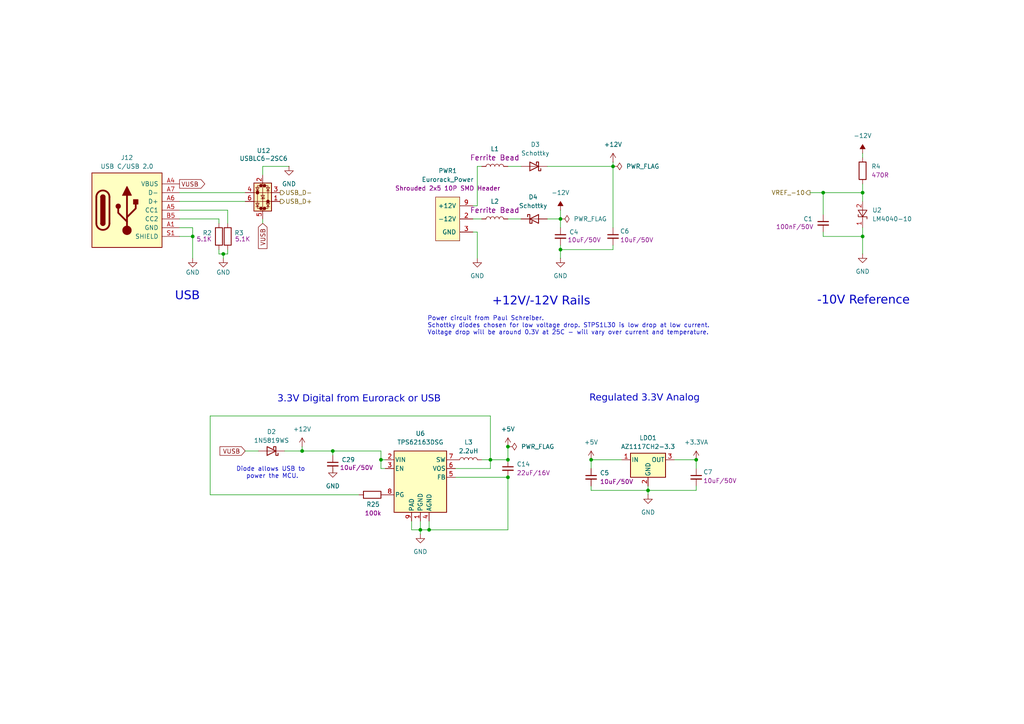
<source format=kicad_sch>
(kicad_sch (version 20250114) (generator "eeschema") (generator_version "9.0")
  (paper "A4")
  (lib_symbols
    (symbol "Lichen:100k_0603" (pin_numbers (hide yes)) (pin_names (offset 0))
      (property "Reference" "R6" (at -2.54 -1.2701 0))
      (property "Display" "100k" (at -2.54 1.2699 0))
      (symbol "100k_0603_0_1"
        (rectangle (start -1.016 -2.54) (end 1.016 2.54) (stroke (width 0.254)))
      )
      (symbol "100k_0603_1_1"
        (pin passive line (at 0 3.81 270) (length 1.27) (name "~") (number "1"))
        (pin passive line (at 0 -3.81 90) (length 1.27) (name "~") (number "2"))
      )
    )
    (symbol "Lichen:100nF_0603_50V" (pin_numbers (hide yes)) (pin_names (offset 0.254) (hide yes))
      (property "Reference" "C20" (at 2.54 1.016 0))
      (property "Display" "100nF/50V" (at 2.54 -1.524 0))
      (symbol "100nF_0603_50V_0_1"
        (polyline (pts (xy -1.524 0.508) (xy 1.524 0.508)) (stroke (width 0.3048)))
        (polyline (pts (xy -1.524 -0.508) (xy 1.524 -0.508)) (stroke (width 0.3302)))
      )
      (symbol "100nF_0603_50V_1_1"
        (pin passive line (at 0 2.54 270) (length 2.032) (name "~") (number "1"))
        (pin passive line (at 0 -2.54 90) (length 2.032) (name "~") (number "2"))
      )
    )
    (symbol "Lichen:10uF_0805_50V" (pin_numbers (hide yes)) (pin_names (offset 0.254) (hide yes))
      (property "Reference" "C2" (at 2.54 1.2638 0))
      (property "Display" "10uF/50V" (at 2.032 -1.016 0))
      (symbol "10uF_0805_50V_0_1"
        (polyline (pts (xy -1.524 0.508) (xy 1.524 0.508)) (stroke (width 0.3048)))
        (polyline (pts (xy -1.524 -0.508) (xy 1.524 -0.508)) (stroke (width 0.3302)))
      )
      (symbol "10uF_0805_50V_1_1"
        (pin passive line (at 0 2.54 270) (length 2.032) (name "~") (number "1"))
        (pin passive line (at 0 -2.54 90) (length 2.032) (name "~") (number "2"))
      )
    )
    (symbol "Lichen:1N5819WS" (pin_numbers (hide yes)) (pin_names (offset 1.016) (hide yes))
      (property "Reference" "D2" (at -0.3175 6.35 0))
      (property "Value" "1N5819WS" (at -0.3175 3.81 0))
      (symbol "1N5819WS_0_1"
        (polyline (pts (xy -1.905 0.635) (xy -1.905 1.27) (xy -1.27 1.27) (xy -1.27 -1.27) (xy -0.635 -1.27) (xy -0.635 -0.635)) (stroke (width 0.254)))
        (polyline (pts (xy 1.27 1.27) (xy 1.27 -1.27) (xy -1.27 0) (xy 1.27 1.27)) (stroke (width 0.254)))
        (polyline (pts (xy 1.27 0) (xy -1.27 0)))
      )
      (symbol "1N5819WS_1_1"
        (pin passive line (at -3.81 0 0) (length 2.54) (name "K") (number "1"))
        (pin passive line (at 3.81 0 180) (length 2.54) (name "A") (number "2"))
      )
    )
    (symbol "Lichen:2.2uH_Power_Inductor_1008" (pin_numbers (hide yes)) (pin_names (offset 1.016) (hide yes))
      (property "Reference" "L3" (at 5.08 0 90))
      (property "Value" "2.2uH" (at 2.54 0 90))
      (symbol "2.2uH_Power_Inductor_1008_0_1"
        (arc (start 0 2.54) (mid 0.6323 1.905) (end 0 1.27))
        (arc (start 0 1.27) (mid 0.6323 0.635) (end 0 0))
        (arc (start 0 0) (mid 0.6323 -0.635) (end 0 -1.27))
        (arc (start 0 -1.27) (mid 0.6323 -1.905) (end 0 -2.54))
      )
      (symbol "2.2uH_Power_Inductor_1008_1_1"
        (pin passive line (at 0 3.81 270) (length 1.27) (name "1") (number "1"))
        (pin passive line (at 0 -3.81 90) (length 1.27) (name "2") (number "2"))
      )
    )
    (symbol "Lichen:22uF_0805_25V" (pin_numbers (hide yes)) (pin_names (offset 0.254) (hide yes))
      (property "Reference" "C14" (at 2.54 1.2638 0))
      (property "Display" "22uF/16V" (at 2.54 -1.2762 0))
      (symbol "22uF_0805_25V_0_1"
        (polyline (pts (xy -1.524 0.508) (xy 1.524 0.508)) (stroke (width 0.3048)))
        (polyline (pts (xy -1.524 -0.508) (xy 1.524 -0.508)) (stroke (width 0.3302)))
      )
      (symbol "22uF_0805_25V_1_1"
        (pin passive line (at 0 2.54 270) (length 2.032) (name "~") (number "1"))
        (pin passive line (at 0 -2.54 90) (length 2.032) (name "~") (number "2"))
      )
    )
    (symbol "Lichen:5k1_0603" (pin_numbers (hide yes)) (pin_names (offset 0))
      (property "Reference" "R3" (at 3.81 -1.016 0))
      (property "Display" "5.1K" (at 3.81 1.016 0))
      (symbol "5k1_0603_0_1"
        (rectangle (start -1.016 -2.54) (end 1.016 2.54) (stroke (width 0.254)))
      )
      (symbol "5k1_0603_1_1"
        (pin passive line (at 0 3.81 270) (length 1.27) (name "~") (number "1"))
        (pin passive line (at 0 -3.81 90) (length 1.27) (name "~") (number "2"))
      )
    )
    (symbol "Lichen:820R_0603" (pin_numbers (hide yes)) (pin_names (offset 0))
      (property "Reference" "R5" (at 6.35 0 90))
      (property "Display" "820R" (at 3.81 0 90))
      (symbol "820R_0603_0_1"
        (rectangle (start -1.016 -2.54) (end 1.016 2.54) (stroke (width 0.254)))
      )
      (symbol "820R_0603_1_1"
        (pin passive line (at 0 3.81 270) (length 1.27) (name "~") (number "1"))
        (pin passive line (at 0 -3.81 90) (length 1.27) (name "~") (number "2"))
      )
    )
    (symbol "Lichen:AZ1117CH-3.3" (pin_names (offset 0.254))
      (property "Reference" "LDO1" (at 0 6.35 0))
      (property "Value" "AZ1117C-3.3" (at 0 3.81 0))
      (symbol "AZ1117CH-3.3_0_1"
        (rectangle (start -5.08 1.905) (end 5.08 -5.08) (stroke (width 0.254)) (fill (type background)))
      )
      (symbol "AZ1117CH-3.3_1_1"
        (pin power_in line (at -7.62 0 0) (length 2.54) (name "IN") (number "1"))
        (pin power_in line (at 0 -7.62 90) (length 2.54) (name "GND") (number "2"))
        (pin power_out line (at 7.62 0 180) (length 2.54) (name "OUT") (number "3"))
      )
    )
    (symbol "Lichen:Eurorack_Power_SMD" (pin_names (offset 1.016))
      (property "Reference" "PWR1" (at 0.3175 11.43 0))
      (property "Value" "Eurorack_Power_SMD" (at 0.3175 8.89 0))
      (property "Description" "Shrouded 2x5 10P SMD Header" (at 0 0 0))
      (symbol "Eurorack_Power_SMD_0_1"
        (rectangle (start -3.175 6.35) (end 3.81 -6.35) (fill (type background)))
      )
      (symbol "Eurorack_Power_SMD_1_1"
        (pin passive line (at 7.62 3.81 180) (length 3.81) (hide yes) (name "+12V") (number "10"))
        (pin power_out line (at 7.62 3.81 180) (length 3.81) (name "+12V") (number "9"))
        (pin power_out line (at 7.62 0 180) (length 3.81) (hide yes) (name "-12V") (number "1"))
        (pin passive line (at 7.62 0 180) (length 3.81) (name "-12V") (number "2"))
        (pin power_out line (at 7.62 -3.81 180) (length 3.81) (name "GND") (number "3"))
        (pin passive line (at 7.62 -3.81 180) (length 3.81) (hide yes) (name "GND") (number "4"))
        (pin passive line (at 7.62 -3.81 180) (length 3.81) (hide yes) (name "GND") (number "5"))
        (pin passive line (at 7.62 -3.81 180) (length 3.81) (hide yes) (name "GND") (number "6"))
        (pin passive line (at 7.62 -3.81 180) (length 3.81) (hide yes) (name "GND") (number "7"))
        (pin passive line (at 7.62 -3.81 180) (length 3.81) (hide yes) (name "GND") (number "8"))
      )
    )
    (symbol "Lichen:FerriteBead_0805_220R_100MHz_for_Eurorack_Power" (pin_numbers (hide yes)) (pin_names (offset 1.016) (hide yes))
      (property "Reference" "L2" (at 5.08 0 90))
      (property "Display" "Ferrite Bead" (at 2.54 0 90))
      (symbol "FerriteBead_0805_220R_100MHz_for_Eurorack_Power_0_1"
        (arc (start 0 2.54) (mid 0.6323 1.905) (end 0 1.27))
        (arc (start 0 1.27) (mid 0.6323 0.635) (end 0 0))
        (arc (start 0 0) (mid 0.6323 -0.635) (end 0 -1.27))
        (arc (start 0 -1.27) (mid 0.6323 -1.905) (end 0 -2.54))
      )
      (symbol "FerriteBead_0805_220R_100MHz_for_Eurorack_Power_1_1"
        (pin passive line (at 0 3.81 270) (length 1.27) (name "1") (number "1"))
        (pin passive line (at 0 -3.81 90) (length 1.27) (name "2") (number "2"))
      )
    )
    (symbol "Lichen:Schottky_Diode" (pin_numbers (hide yes)) (pin_names (offset 1.016) (hide yes))
      (property "Reference" "D1" (at -0.3175 -6.35 0))
      (property "Value" "Schottky" (at -0.3175 -3.81 0))
      (symbol "Schottky_Diode_0_1"
        (polyline (pts (xy -1.905 0.635) (xy -1.905 1.27) (xy -1.27 1.27) (xy -1.27 -1.27) (xy -0.635 -1.27) (xy -0.635 -0.635)) (stroke (width 0.254)))
        (polyline (pts (xy 1.27 1.27) (xy 1.27 -1.27) (xy -1.27 0) (xy 1.27 1.27)) (stroke (width 0.254)))
        (polyline (pts (xy 1.27 0) (xy -1.27 0)))
      )
      (symbol "Schottky_Diode_1_1"
        (pin passive line (at -3.81 0 0) (length 2.54) (name "K") (number "1"))
        (pin passive line (at 3.81 0 180) (length 2.54) (name "A") (number "2"))
      )
    )
    (symbol "Lichen:TPS62163" (pin_names (offset 0.254))
      (property "Reference" "U6" (at 0 15.24 0))
      (property "Value" "TPS62163" (at 0 12.7 0))
      (symbol "TPS62163_0_1"
        (rectangle (start -7.62 10.16) (end 7.62 -7.62) (stroke (width 0.254)) (fill (type background)))
      )
      (symbol "TPS62163_1_1"
        (pin power_in line (at -10.16 7.62 0) (length 2.54) (name "VIN") (number "2"))
        (pin input line (at -10.16 5.08 0) (length 2.54) (name "EN") (number "3"))
        (pin open_collector line (at -10.16 -2.54 0) (length 2.54) (name "PG") (number "8"))
        (pin power_in line (at -2.54 -10.16 90) (length 2.54) (name "PAD") (number "9"))
        (pin power_in line (at 0 -10.16 90) (length 2.54) (name "PGND") (number "1"))
        (pin power_in line (at 2.54 -10.16 90) (length 2.54) (name "AGND") (number "4"))
        (pin output line (at 10.16 7.62 180) (length 2.54) (name "SW") (number "7"))
        (pin input line (at 10.16 5.08 180) (length 2.54) (name "VOS") (number "6"))
        (pin input line (at 10.16 2.54 180) (length 2.54) (name "FB") (number "5"))
      )
    )
    (symbol "Power_Protection:USBLC6-2SC6" (pin_names (hide yes))
      (property "Reference" "U" (at 0.635 5.715 0))
      (property "Value" "USBLC6-2SC6" (at 0.635 3.81 0))
      (symbol "USBLC6-2SC6_0_0"
        (circle (center -1.524 0) (radius 0.0001) (stroke (width 0.508)))
        (circle (center -0.508 2.032) (radius 0.0001) (stroke (width 0.508)))
        (circle (center -0.508 -4.572) (radius 0.0001) (stroke (width 0.508)))
        (circle (center 0.508 2.032) (radius 0.0001) (stroke (width 0.508)))
        (circle (center 0.508 -4.572) (radius 0.0001) (stroke (width 0.508)))
        (circle (center 1.524 -2.54) (radius 0.0001) (stroke (width 0.508)))
      )
      (symbol "USBLC6-2SC6_0_1"
        (polyline (pts (xy -2.54 0) (xy 2.54 0)))
        (polyline (pts (xy -2.54 -2.54) (xy 2.54 -2.54)))
        (polyline (pts (xy -2.032 0.508) (xy -1.016 0.508) (xy -1.524 1.524) (xy -2.032 0.508)))
        (polyline (pts (xy -2.032 -3.048) (xy -1.016 -3.048)))
        (polyline (pts (xy -1.016 1.524) (xy -2.032 1.524)))
        (polyline (pts (xy -1.016 -4.064) (xy -2.032 -4.064) (xy -1.524 -3.048) (xy -1.016 -4.064)))
        (polyline (pts (xy -0.508 -1.143) (xy -0.508 -0.762) (xy 0.508 -0.762)))
        (polyline (pts (xy 0 2.54) (xy -0.508 2.032) (xy 0.508 2.032) (xy 0 1.524) (xy 0 -4.064) (xy -0.508 -4.572) (xy 0.508 -4.572) (xy 0 -5.08)))
        (polyline (pts (xy 0.508 -1.778) (xy -0.508 -1.778) (xy 0 -0.762) (xy 0.508 -1.778)))
        (polyline (pts (xy 1.016 1.524) (xy 2.032 1.524)))
        (polyline (pts (xy 1.016 -3.048) (xy 2.032 -3.048)))
        (polyline (pts (xy 2.032 0.508) (xy 1.016 0.508) (xy 1.524 1.524) (xy 2.032 0.508)))
        (polyline (pts (xy 2.032 -4.064) (xy 1.016 -4.064) (xy 1.524 -3.048) (xy 2.032 -4.064)))
      )
      (symbol "USBLC6-2SC6_1_1"
        (rectangle (start -2.54 2.794) (end 2.54 -5.334) (stroke (width 0.254)) (fill (type background)))
        (polyline (pts (xy -0.508 2.032) (xy -1.524 2.032) (xy -1.524 -4.572) (xy -0.508 -4.572)))
        (polyline (pts (xy 0.508 -4.572) (xy 1.524 -4.572) (xy 1.524 2.032) (xy 0.508 2.032)))
        (pin passive line (at -5.08 0 0) (length 2.54) (name "I/O1") (number "1"))
        (pin passive line (at -5.08 -2.54 0) (length 2.54) (name "I/O2") (number "3"))
        (pin passive line (at 0 5.08 270) (length 2.54) (name "VBUS") (number "5"))
        (pin passive line (at 0 -7.62 90) (length 2.54) (name "GND") (number "2"))
        (pin passive line (at 5.08 0 180) (length 2.54) (name "I/O1") (number "6"))
        (pin passive line (at 5.08 -2.54 180) (length 2.54) (name "I/O2") (number "4"))
      )
    )
    (symbol "power:+12V" (power) (pin_numbers (hide yes)) (pin_names (offset 0) (hide yes))
      (property "Value" "+12V" (at 0 3.556 0))
      (symbol "+12V_0_1"
        (polyline (pts (xy -0.762 1.27) (xy 0 2.54)))
        (polyline (pts (xy 0 2.54) (xy 0.762 1.27)))
        (polyline (pts (xy 0 0) (xy 0 2.54)))
      )
      (symbol "+12V_1_1"
        (pin power_in line (at 0 0 90) (length 0) (name "~") (number "1"))
      )
    )
    (symbol "power:+3.3VA" (power) (pin_numbers (hide yes)) (pin_names (offset 0) (hide yes))
      (property "Value" "+3.3VA" (at 0 3.556 0))
      (symbol "+3.3VA_0_1"
        (polyline (pts (xy -0.762 1.27) (xy 0 2.54)))
        (polyline (pts (xy 0 2.54) (xy 0.762 1.27)))
        (polyline (pts (xy 0 0) (xy 0 2.54)))
      )
      (symbol "+3.3VA_1_1"
        (pin power_in line (at 0 0 90) (length 0) (name "~") (number "1"))
      )
    )
    (symbol "power:+5V" (power) (pin_numbers (hide yes)) (pin_names (offset 0) (hide yes))
      (property "Value" "+5V" (at 0 3.556 0))
      (symbol "+5V_0_1"
        (polyline (pts (xy -0.762 1.27) (xy 0 2.54)))
        (polyline (pts (xy 0 2.54) (xy 0.762 1.27)))
        (polyline (pts (xy 0 0) (xy 0 2.54)))
      )
      (symbol "+5V_1_1"
        (pin power_in line (at 0 0 90) (length 0) (name "~") (number "1"))
      )
    )
    (symbol "power:-12V" (power) (pin_numbers (hide yes)) (pin_names (offset 0) (hide yes))
      (property "Value" "-12V" (at 0 3.556 0))
      (symbol "-12V_0_0"
        (pin power_in line (at 0 0 90) (length 0) (name "~") (number "1"))
      )
      (symbol "-12V_0_1"
        (polyline (pts (xy 0 0) (xy 0 1.27) (xy 0.762 1.27) (xy 0 2.54) (xy -0.762 1.27) (xy 0 1.27)) (fill (type outline)))
      )
    )
    (symbol "power:GND" (power) (pin_numbers (hide yes)) (pin_names (offset 0) (hide yes))
      (property "Value" "GND" (at 0 -3.81 0))
      (symbol "GND_0_1"
        (polyline (pts (xy 0 0) (xy 0 -1.27) (xy 1.27 -1.27) (xy 0 -2.54) (xy -1.27 -1.27) (xy 0 -1.27)))
      )
      (symbol "GND_1_1"
        (pin power_in line (at 0 0 270) (length 0) (name "~") (number "1"))
      )
    )
    (symbol "power:PWR_FLAG" (power) (pin_numbers (hide yes)) (pin_names (offset 0) (hide yes))
      (property "Value" "PWR_FLAG" (at 0 3.81 0))
      (symbol "PWR_FLAG_0_0"
        (pin power_out line (at 0 0 90) (length 0) (name "~") (number "1"))
      )
      (symbol "PWR_FLAG_0_1"
        (polyline (pts (xy 0 0) (xy 0 1.27) (xy -1.016 1.905) (xy 0 2.54) (xy 1.016 1.905) (xy 0 1.27)))
      )
    )
    (symbol "winterbloom:LM4040-10" (pin_names (offset 0.0254) (hide yes))
      (property "Reference" "U" (at 0 2.54 0))
      (property "Value" "LM4040-10" (at 0 -3.175 0))
      (symbol "LM4040-10_0_1"
        (polyline (pts (xy -1.27 0) (xy 0 0) (xy 1.27 0)))
        (polyline (pts (xy -1.27 -1.27) (xy 0.635 0) (xy -1.27 1.27) (xy -1.27 -1.27)) (stroke (width 0.2032)))
        (polyline (pts (xy 0 -1.27) (xy 0.635 -1.27) (xy 0.635 1.27) (xy 1.27 1.27)) (stroke (width 0.2032)))
      )
      (symbol "LM4040-10_1_1"
        (pin passive line (at -3.81 0 0) (length 2.54) (name "A") (number "2"))
        (pin passive line (at 3.81 0 180) (length 2.54) (name "K") (number "1"))
      )
    )
    (symbol "winterbloom:USB_C_Receptacle_USB2.0" (pin_names (offset 1.016))
      (property "Reference" "J" (at 0 14.986 0))
      (property "Value" "USB C/USB 2.0" (at 0 12.7 0))
      (symbol "USB_C_Receptacle_USB2.0_0_1"
        (rectangle (start -10.16 10.795) (end 10.16 -10.795) (stroke (width 0.254)) (fill (type background)))
        (polyline (pts (xy -8.89 -3.81) (xy -8.89 3.81)) (stroke (width 0.508)))
        (rectangle (start -7.62 -3.81) (end -6.35 3.81) (stroke (width 0.254)) (fill (type outline)))
        (arc (start -7.62 3.81) (mid -6.985 4.4423) (end -6.35 3.81) (stroke (width 0.254)))
        (arc (start -7.62 3.81) (mid -6.985 4.4423) (end -6.35 3.81) (stroke (width 0.254)) (fill (type outline)))
        (arc (start -8.89 3.81) (mid -6.985 5.7067) (end -5.08 3.81) (stroke (width 0.508)))
        (arc (start -5.08 -3.81) (mid -6.985 -5.7067) (end -8.89 -3.81) (stroke (width 0.508)))
        (arc (start -6.35 -3.81) (mid -6.985 -4.4423) (end -7.62 -3.81) (stroke (width 0.254)))
        (arc (start -6.35 -3.81) (mid -6.985 -4.4423) (end -7.62 -3.81) (stroke (width 0.254)) (fill (type outline)))
        (polyline (pts (xy -5.08 3.81) (xy -5.08 -3.81)) (stroke (width 0.508)))
        (circle (center -2.54 1.143) (radius 0.635) (stroke (width 0.254)) (fill (type outline)))
        (polyline (pts (xy -1.27 4.318) (xy 0 6.858) (xy 1.27 4.318) (xy -1.27 4.318)) (stroke (width 0.254)) (fill (type outline)))
        (polyline (pts (xy 0 -2.032) (xy 2.54 0.508) (xy 2.54 1.778)) (stroke (width 0.508)))
        (polyline (pts (xy 0 -3.302) (xy -2.54 -0.762) (xy -2.54 0.508)) (stroke (width 0.508)))
        (polyline (pts (xy 0 -5.842) (xy 0 4.318)) (stroke (width 0.508)))
        (circle (center 0 -5.842) (radius 1.27) (fill (type outline)))
        (rectangle (start 1.905 1.778) (end 3.175 3.048) (stroke (width 0.254)) (fill (type outline)))
      )
      (symbol "USB_C_Receptacle_USB2.0_1_1"
        (pin no_connect line (at 0 -12.7 180) (length 5.08) (hide yes) (name "SBU1") (number "A8"))
        (pin no_connect line (at 0 -15.24 180) (length 5.08) (hide yes) (name "SBU2") (number "B8"))
        (pin passive line (at 15.24 7.62 180) (length 5.08) (name "VBUS") (number "A4"))
        (pin passive line (at 15.24 7.62 180) (length 5.08) (hide yes) (name "VBUS") (number "A9"))
        (pin passive line (at 15.24 7.62 180) (length 5.08) (hide yes) (name "VBUS") (number "B4"))
        (pin passive line (at 15.24 7.62 180) (length 5.08) (hide yes) (name "VBUS") (number "B9"))
        (pin bidirectional line (at 15.24 5.08 180) (length 5.08) (name "D-") (number "A7"))
        (pin bidirectional line (at 15.24 5.08 180) (length 5.08) (hide yes) (name "D-") (number "B7"))
        (pin bidirectional line (at 15.24 2.54 180) (length 5.08) (name "D+") (number "A6"))
        (pin bidirectional line (at 15.24 2.54 180) (length 5.08) (hide yes) (name "D+") (number "B6"))
        (pin bidirectional line (at 15.24 0 180) (length 5.08) (name "CC1") (number "A5"))
        (pin bidirectional line (at 15.24 -2.54 180) (length 5.08) (name "CC2") (number "B5"))
        (pin passive line (at 15.24 -5.08 180) (length 5.08) (name "GND") (number "A1"))
        (pin passive line (at 15.24 -5.08 180) (length 5.08) (hide yes) (name "GND") (number "A12"))
        (pin passive line (at 15.24 -5.08 180) (length 5.08) (hide yes) (name "GND") (number "B1"))
        (pin passive line (at 15.24 -5.08 180) (length 5.08) (hide yes) (name "GND") (number "B12"))
        (pin passive line (at 15.24 -7.62 180) (length 5.08) (name "SHIELD") (number "S1"))
      )
    )
  )
  (text "Diode allows USB to \npower the MCU." (at 78.994 137.16 0) (effects (font (size 1.27 1.27))))
  (text "3.3V Digital from Eurorack or USB" (at 104.14 116.332 0) (effects (font (size 2 2))))
  (text "-10V Reference" (at 250.444 87.884 0) (effects (font (size 2.5 2.5))))
  (text "+12V/-12V Rails" (at 156.972 88.138 0) (effects (font (size 2.5 2.5))))
  (text "Power circuit from Paul Schreiber.\nSchottky diodes chosen for low voltage drop. STPS1L30 is low drop at low current.\nVoltage drop will be around 0.3V at 25C - will vary over current and temperature." (at 123.952 94.488 0) (effects (font (size 1.27 1.27)) (justify left)))
  (text "USB" (at 54.356 86.614 0) (effects (font (size 2.5 2.5))))
  (text "Regulated 3.3V Analog" (at 186.944 116.078 0) (effects (font (size 2 2))))
  (junction (at 147.32 129.54))
  (junction (at 147.32 138.43))
  (junction (at 110.49 133.35))
  (junction (at 177.8 48.26))
  (junction (at 64.77 73.66))
  (junction (at 55.88 68.58))
  (junction (at 238.76 55.88))
  (junction (at 162.56 72.39))
  (junction (at 87.63 130.81))
  (junction (at 124.46 153.67))
  (junction (at 147.32 133.35))
  (junction (at 201.93 133.35))
  (junction (at 187.96 142.24))
  (junction (at 171.45 133.35))
  (junction (at 250.19 55.88))
  (junction (at 121.92 153.67))
  (junction (at 142.24 133.35))
  (junction (at 96.52 130.81))
  (junction (at 162.56 63.5))
  (junction (at 250.19 68.58))
  (wire (pts (xy 76.2 63.5) (xy 76.2 64.77)))
  (wire (pts (xy 138.43 59.69) (xy 137.16 59.69)))
  (wire (pts (xy 162.56 60.96) (xy 162.56 63.5)))
  (wire (pts (xy 138.43 48.26) (xy 138.43 59.69)))
  (wire (pts (xy 238.76 68.58) (xy 250.19 68.58)))
  (wire (pts (xy 110.49 133.35) (xy 111.76 133.35)))
  (wire (pts (xy 139.7 63.5) (xy 137.16 63.5)))
  (wire (pts (xy 171.45 140.97) (xy 171.45 142.24)))
  (wire (pts (xy 52.07 66.04) (xy 55.88 66.04)))
  (wire (pts (xy 234.95 55.88) (xy 238.76 55.88)))
  (wire (pts (xy 238.76 55.88) (xy 250.19 55.88)))
  (wire (pts (xy 250.19 73.66) (xy 250.19 68.58)))
  (wire (pts (xy 151.13 48.26) (xy 147.32 48.26)))
  (wire (pts (xy 132.08 138.43) (xy 147.32 138.43)))
  (wire (pts (xy 162.56 72.39) (xy 162.56 71.12)))
  (wire (pts (xy 52.07 63.5) (xy 63.5 63.5)))
  (wire (pts (xy 238.76 67.31) (xy 238.76 68.58)))
  (wire (pts (xy 139.7 48.26) (xy 138.43 48.26)))
  (wire (pts (xy 55.88 68.58) (xy 55.88 74.93)))
  (wire (pts (xy 142.24 120.65) (xy 142.24 133.35)))
  (wire (pts (xy 250.19 53.34) (xy 250.19 55.88)))
  (wire (pts (xy 60.96 143.51) (xy 104.14 143.51)))
  (wire (pts (xy 76.2 48.26) (xy 76.2 50.8)))
  (wire (pts (xy 187.96 142.24) (xy 187.96 140.97)))
  (wire (pts (xy 121.92 151.13) (xy 121.92 153.67)))
  (wire (pts (xy 71.12 130.81) (xy 74.93 130.81)))
  (wire (pts (xy 63.5 63.5) (xy 63.5 64.77)))
  (wire (pts (xy 138.43 67.31) (xy 138.43 74.93)))
  (wire (pts (xy 121.92 153.67) (xy 124.46 153.67)))
  (wire (pts (xy 124.46 151.13) (xy 124.46 153.67)))
  (wire (pts (xy 201.93 142.24) (xy 201.93 140.97)))
  (wire (pts (xy 139.7 133.35) (xy 142.24 133.35)))
  (wire (pts (xy 162.56 72.39) (xy 177.8 72.39)))
  (wire (pts (xy 96.52 130.81) (xy 110.49 130.81)))
  (wire (pts (xy 147.32 129.54) (xy 147.32 133.35)))
  (wire (pts (xy 52.07 60.96) (xy 66.04 60.96)))
  (wire (pts (xy 147.32 153.67) (xy 147.32 138.43)))
  (wire (pts (xy 250.19 55.88) (xy 250.19 58.42)))
  (wire (pts (xy 158.75 48.26) (xy 177.8 48.26)))
  (wire (pts (xy 63.5 72.39) (xy 63.5 73.66)))
  (wire (pts (xy 66.04 72.39) (xy 66.04 73.66)))
  (wire (pts (xy 76.2 48.26) (xy 83.82 48.26)))
  (wire (pts (xy 121.92 153.67) (xy 121.92 154.94)))
  (wire (pts (xy 60.96 120.65) (xy 142.24 120.65)))
  (wire (pts (xy 238.76 55.88) (xy 238.76 62.23)))
  (wire (pts (xy 195.58 133.35) (xy 201.93 133.35)))
  (wire (pts (xy 119.38 151.13) (xy 119.38 153.67)))
  (wire (pts (xy 171.45 142.24) (xy 187.96 142.24)))
  (wire (pts (xy 55.88 66.04) (xy 55.88 68.58)))
  (wire (pts (xy 158.75 63.5) (xy 162.56 63.5)))
  (wire (pts (xy 171.45 133.35) (xy 180.34 133.35)))
  (wire (pts (xy 52.07 55.88) (xy 71.12 55.88)))
  (wire (pts (xy 110.49 130.81) (xy 110.49 133.35)))
  (wire (pts (xy 87.63 130.81) (xy 82.55 130.81)))
  (wire (pts (xy 132.08 135.89) (xy 142.24 135.89)))
  (wire (pts (xy 250.19 68.58) (xy 250.19 66.04)))
  (wire (pts (xy 250.19 45.72) (xy 250.19 44.45)))
  (wire (pts (xy 96.52 132.08) (xy 96.52 130.81)))
  (wire (pts (xy 177.8 71.12) (xy 177.8 72.39)))
  (wire (pts (xy 142.24 135.89) (xy 142.24 133.35)))
  (wire (pts (xy 151.13 63.5) (xy 147.32 63.5)))
  (wire (pts (xy 52.07 58.42) (xy 71.12 58.42)))
  (wire (pts (xy 110.49 135.89) (xy 110.49 133.35)))
  (wire (pts (xy 124.46 153.67) (xy 147.32 153.67)))
  (wire (pts (xy 64.77 73.66) (xy 64.77 74.93)))
  (wire (pts (xy 87.63 130.81) (xy 96.52 130.81)))
  (wire (pts (xy 111.76 135.89) (xy 110.49 135.89)))
  (wire (pts (xy 187.96 143.51) (xy 187.96 142.24)))
  (wire (pts (xy 138.43 67.31) (xy 137.16 67.31)))
  (wire (pts (xy 87.63 130.81) (xy 87.63 129.54)))
  (wire (pts (xy 177.8 48.26) (xy 177.8 46.99)))
  (wire (pts (xy 66.04 60.96) (xy 66.04 64.77)))
  (wire (pts (xy 162.56 74.93) (xy 162.56 72.39)))
  (wire (pts (xy 60.96 143.51) (xy 60.96 120.65)))
  (wire (pts (xy 52.07 68.58) (xy 55.88 68.58)))
  (wire (pts (xy 171.45 133.35) (xy 171.45 135.89)))
  (wire (pts (xy 187.96 142.24) (xy 201.93 142.24)))
  (wire (pts (xy 64.77 73.66) (xy 63.5 73.66)))
  (wire (pts (xy 119.38 153.67) (xy 121.92 153.67)))
  (wire (pts (xy 64.77 73.66) (xy 66.04 73.66)))
  (wire (pts (xy 201.93 135.89) (xy 201.93 133.35)))
  (wire (pts (xy 177.8 48.26) (xy 177.8 66.04)))
  (wire (pts (xy 96.52 135.89) (xy 96.52 137.16)))
  (wire (pts (xy 162.56 66.04) (xy 162.56 63.5)))
  (wire (pts (xy 142.24 133.35) (xy 147.32 133.35)))
  (global_label "VUSB" (shape output) (at 52.07 53.34 0) (property "Intersheetrefs" "${INTERSHEET_REFS}" (effects (hide yes))))
  (global_label "VUSB" (shape input) (at 71.12 130.81 180) (property "Intersheetrefs" "${INTERSHEET_REFS}" (effects (hide yes))))
  (global_label "VUSB" (shape input) (at 76.2 64.77 270) (property "Intersheetrefs" "${INTERSHEET_REFS}" (effects (hide yes))))
  (hierarchical_label "VREF_-10" (shape output) (at 234.95 55.88 180))
  (hierarchical_label "USB_D+" (shape output) (at 81.28 58.42 0))
  (hierarchical_label "USB_D-" (shape output) (at 81.28 55.88 0))
  (symbol (lib_id "Lichen:10uF_0805_50V") (at 171.45 138.43 0) (unit 1)
    (property "Reference" "C5" (at 173.99 137.1662 0) (effects (justify left)))
    (property "Value" "100nF_0603_16V" (effects (hide yes)))
    (property "Footprint" "PCM_4ms_Capacitor:C_0805" (effects (hide yes)))
    (property "Description" "50V 10uF X5R ±10% 0805 MLCC SMD" (effects (hide yes)))
    (property "Specifications" "50V 10uF X5R ±10% 0805 MLCC SMD" (effects (hide yes)))
    (property "Manufacturer" "Murata Electronics" (effects (hide yes)))
    (property "Part Number" "GRM21BR61H106KE43L" (effects (hide yes)))
    (property "Display" "10uF/50V" (at 173.99 139.7062 0) (effects (justify left)))
    (property "LCSC" "C440198" (effects (hide yes)))
  )
  (symbol (lib_id "Lichen:10uF_0805_50V") (at 162.56 68.58 0) (unit 1)
    (property "Reference" "C4" (at 165.1 67.31 0) (effects (justify left)))
    (property "Value" "10uF_0805_25V" (effects (hide yes)))
    (property "Footprint" "PCM_4ms_Capacitor:C_0805" (effects (hide yes)))
    (property "Description" "50V 10uF X5R ±10% 0805 MLCC SMD" (effects (hide yes)))
    (property "Specifications" "50V 10uF X5R ±10% 0805 MLCC SMD" (effects (hide yes)))
    (property "Manufacturer" "Murata Electronics" (effects (hide yes)))
    (property "Part Number" "GRM21BR61H106KE43L" (effects (hide yes)))
    (property "Display" "10uF/50V" (at 164.592 69.596 0) (effects (justify left)))
    (property "LCSC" "C440198" (effects (hide yes)))
  )
  (symbol (lib_id "power:GND") (at 187.96 143.51 0) (unit 1)
    (property "Reference" "#PWR020" (effects (hide yes)))
    (property "Value" "GND" (at 187.96 148.59 0))
    (property "Description" "Power symbol creates a global label with name \"GND\" , ground" (effects (hide yes)))
  )
  (symbol (lib_id "Lichen:Eurorack_Power_SMD") (at 129.54 63.5 0) (unit 1)
    (property "Reference" "PWR1" (at 129.8575 49.53 0))
    (property "Value" "Eurorack_Power" (at 129.8575 52.07 0))
    (property "Footprint" "Lichen:Eurorack_Power_SMD" (effects (hide yes)))
    (property "Description" "Shrouded 2x5 10P SMD Header" (at 129.8575 54.61 0))
    (property "Manufacturer" "Amphenol ICC" (effects (hide yes)))
    (property "Part Number" "72454-010VLF" (effects (hide yes)))
    (property "LCSC" "C236047" (effects (hide yes)))
  )
  (symbol (lib_id "Lichen:10uF_0805_50V") (at 201.93 138.43 0) (unit 1)
    (property "Reference" "C7" (at 203.962 136.906 0) (effects (justify left)))
    (property "Value" "10uF_0603_25V" (effects (hide yes)))
    (property "Footprint" "PCM_4ms_Capacitor:C_0805" (effects (hide yes)))
    (property "Description" "50V 10uF X5R ±10% 0805 MLCC SMD" (effects (hide yes)))
    (property "Specifications" "50V 10uF X5R ±10% 0805 MLCC SMD" (effects (hide yes)))
    (property "Manufacturer" "Murata Electronics" (effects (hide yes)))
    (property "Part Number" "GRM21BR61H106KE43L" (effects (hide yes)))
    (property "Display" "10uF/50V" (at 203.962 139.446 0) (effects (justify left)))
    (property "LCSC" "C440198" (effects (hide yes)))
  )
  (symbol (lib_id "power:+3.3VA") (at 201.93 133.35 0) (unit 1)
    (property "Reference" "#PWR015" (effects (hide yes)))
    (property "Value" "+3.3VA" (at 201.93 128.27 0))
    (property "Description" "Power symbol creates a global label with name \"+3.3VA\"" (effects (hide yes)))
  )
  (symbol (lib_id "Lichen:10uF_0805_50V") (at 177.8 68.58 0) (unit 1)
    (property "Reference" "C6" (at 179.832 67.056 0) (effects (justify left)))
    (property "Value" "10uF_0805_25V" (effects (hide yes)))
    (property "Footprint" "PCM_4ms_Capacitor:C_0805" (effects (hide yes)))
    (property "Description" "50V 10uF X5R ±10% 0805 MLCC SMD" (effects (hide yes)))
    (property "Specifications" "50V 10uF X5R ±10% 0805 MLCC SMD" (effects (hide yes)))
    (property "Manufacturer" "Murata Electronics" (effects (hide yes)))
    (property "Part Number" "GRM21BR61H106KE43L" (effects (hide yes)))
    (property "Display" "10uF/50V" (at 179.832 69.596 0) (effects (justify left)))
    (property "LCSC" "C440198" (effects (hide yes)))
  )
  (symbol (lib_id "Lichen:100k_0603") (at 107.95 143.51 90) (unit 1)
    (property "Reference" "R25" (at 108.204 146.304 90))
    (property "Value" "100k_0603" (effects (hide yes)))
    (property "Footprint" "PCM_4ms_Resistor:R_0603" (effects (hide yes)))
    (property "Datasheet" "https://www.lcsc.com/datasheet/lcsc_datasheet_2206010045_UNI-ROYAL-Uniroyal-Elec-0603WAF1003T5E_C25803.pdf" (effects (hide yes)))
    (property "Description" "100K, 1%, 1/10W, 0603" (effects (hide yes)))
    (property "Specifications" "100K, 1%, 1/10W, 0603" (effects (hide yes)))
    (property "Manufacturer" "UNI-ROYAL" (effects (hide yes)))
    (property "Part Number" "0603WAF1003T5E" (effects (hide yes)))
    (property "Display" "100k" (at 108.204 148.844 90))
    (property "JLCPCB ID" "C25803" (effects (hide yes)))
  )
  (symbol (lib_id "power:GND") (at 83.82 48.26 0) (unit 1)
    (property "Reference" "#PWR03" (effects (hide yes)))
    (property "Value" "GND" (at 83.82 53.34 0))
    (property "Description" "Power symbol creates a global label with name \"GND\" , ground" (effects (hide yes)))
  )
  (symbol (lib_id "Lichen:Schottky_Diode") (at 154.94 48.26 180) (unit 1)
    (property "Reference" "D3" (at 155.2575 41.91 0))
    (property "Value" "Schottky" (at 155.2575 44.45 0))
    (property "Footprint" "Diode_SMD:D_SMB_Handsoldering" (effects (hide yes)))
    (property "Datasheet" "https://www.lcsc.com/datasheet/lcsc_datasheet_2409301604_STMicroelectronics-STPS1L30U_C222239.pdf" (effects (hide yes)))
    (property "Description" "Schottky diode" (effects (hide yes)))
    (property "Manufacturer" "STMicroelectronics" (effects (hide yes)))
    (property "Part Number" "STPS1L30U" (effects (hide yes)))
    (property "JLCPCB ID" "C222239" (effects (hide yes)))
  )
  (symbol (lib_id "Lichen:5k1_0603") (at 63.5 68.58 0) (unit 1)
    (property "Reference" "R2" (at 61.468 67.564 0) (effects (justify right)))
    (property "Value" "5k1_0603" (effects (hide yes)))
    (property "Footprint" "PCM_4ms_Resistor:R_0603" (effects (hide yes)))
    (property "Datasheet" "https://www.lcsc.com/datasheet/C23186.pdf" (effects (hide yes)))
    (property "Description" "5.1K, 1%, 1/10W, 0603" (effects (hide yes)))
    (property "Specifications" "5.1K, 1%, 1/10W, 0603" (effects (hide yes)))
    (property "Manufacturer" "UNI-ROYAL" (effects (hide yes)))
    (property "Part Number" "0603WAF5101T5E" (effects (hide yes)))
    (property "Display" "5.1K" (at 61.468 69.342 0) (effects (justify right)))
    (property "LCSC" "C23186" (effects (hide yes)))
  )
  (symbol (lib_id "power:GND") (at 138.43 74.93 0) (unit 1)
    (property "Reference" "#PWR016" (effects (hide yes)))
    (property "Value" "GND" (at 138.43 80.01 0))
    (property "Description" "Power symbol creates a global label with name \"GND\" , ground" (effects (hide yes)))
  )
  (symbol (lib_id "Lichen:Schottky_Diode") (at 154.94 63.5 0) (unit 1)
    (property "Reference" "D4" (at 154.6225 57.15 0))
    (property "Value" "Schottky" (at 154.6225 59.69 0))
    (property "Footprint" "Diode_SMD:D_SMB_Handsoldering" (effects (hide yes)))
    (property "Datasheet" "https://www.lcsc.com/datasheet/lcsc_datasheet_2409301604_STMicroelectronics-STPS1L30U_C222239.pdf" (effects (hide yes)))
    (property "Description" "Schottky diode" (effects (hide yes)))
    (property "Manufacturer" "STMicroelectronics" (effects (hide yes)))
    (property "Part Number" "STPS1L30U" (effects (hide yes)))
    (property "LCSC" "C222239" (effects (hide yes)))
    (property "JLCPCB ID" "C222239" (effects (hide yes)))
  )
  (symbol (lib_id "power:GND") (at 96.52 135.89 0) (unit 1)
    (property "Reference" "#PWR088" (effects (hide yes)))
    (property "Value" "GND" (at 96.52 140.97 0))
    (property "Description" "Power symbol creates a global label with name \"GND\" , ground" (effects (hide yes)))
  )
  (symbol (lib_id "power:-12V") (at 250.19 44.45 0) (unit 1)
    (property "Reference" "#PWR012" (effects (hide yes)))
    (property "Value" "-12V" (at 250.19 39.37 0))
    (property "Description" "Power symbol creates a global label with name \"-12V\"" (effects (hide yes)))
  )
  (symbol (lib_id "Lichen:FerriteBead_0805_220R_100MHz_for_Eurorack_Power") (at 143.51 48.26 90) (unit 1)
    (property "Reference" "L1" (at 143.51 43.18 90))
    (property "Value" "FerriteBead_0603_2A" (effects (hide yes)))
    (property "Footprint" "Resistor_SMD:R_0805_2012Metric" (effects (hide yes)))
    (property "Description" "45mΩ ±25% 220Ω@100MHz 0805 Ferrite Beads ROHS" (effects (hide yes)))
    (property "Specifications" "45mΩ ±25% 220Ω@100MHz 0805 Ferrite Beads ROHS" (effects (hide yes)))
    (property "Manufacturer" "Murata Electronics" (effects (hide yes)))
    (property "Part Number" "BLM21PG221SN1D" (effects (hide yes)))
    (property "Display" "Ferrite Bead" (at 143.51 45.72 90) (effects (font (size 1.524 1.524))))
    (property "LCSC" "C85840" (effects (hide yes)))
  )
  (symbol (lib_id "Lichen:1N5819WS") (at 78.74 130.81 180) (unit 1)
    (property "Reference" "D2" (at 78.74 125.222 0))
    (property "Value" "1N5819WS" (at 78.74 127.762 0))
    (property "Footprint" "Diode_SMD:D_SOD-323" (effects (hide yes)))
    (property "Datasheet" "https://datasheet.lcsc.com/lcsc/2204281430_Guangdong-Hottech-1N5819WS_C191023.pdf" (effects (hide yes)))
    (property "Description" "40V 600mV@1A 1A SOD-323 Schottky Barrier Diodes, SOD-323" (effects (hide yes)))
    (property "JLCPCB ID" "C191023" (effects (hide yes)))
  )
  (symbol (lib_id "power:GND") (at 121.92 154.94 0) (unit 1)
    (property "Reference" "#PWR045" (effects (hide yes)))
    (property "Value" "GND" (at 121.92 160.02 0))
    (property "Description" "Power symbol creates a global label with name \"GND\" , ground" (effects (hide yes)))
  )
  (symbol (lib_id "Lichen:820R_0603") (at 250.19 49.53 0) (unit 1)
    (property "Reference" "R4" (at 252.73 48.2599 0) (effects (justify left)))
    (property "Value" "470R_0603" (effects (hide yes)))
    (property "Footprint" "PCM_4ms_Resistor:R_0603" (effects (hide yes)))
    (property "Description" "470R, 1%, 1/10W, 0603" (effects (hide yes)))
    (property "Specifications" "470R, 1%, 1/10W, 0603" (effects (hide yes)))
    (property "Manufacturer" "UNI-ROYAL" (effects (hide yes)))
    (property "Part Number" "0603WAF4700T5E" (effects (hide yes)))
    (property "Display" "470R" (at 252.73 50.7999 0) (effects (justify left)))
    (property "LCSC" "C23179" (effects (hide yes)))
  )
  (symbol (lib_id "power:GND") (at 162.56 74.93 0) (unit 1)
    (property "Reference" "#PWR018" (effects (hide yes)))
    (property "Value" "GND" (at 162.56 80.01 0))
    (property "Description" "Power symbol creates a global label with name \"GND\" , ground" (effects (hide yes)))
  )
  (symbol (lib_id "Lichen:TPS62163") (at 121.92 140.97 0) (unit 1)
    (property "Reference" "U6" (at 121.92 125.73 0))
    (property "Value" "TPS62163DSG" (at 121.92 128.27 0))
    (property "Footprint" "Package_SON:WSON-8-1EP_2x2mm_P0.5mm_EP0.9x1.6mm_ThermalVias" (effects (hide yes)))
    (property "Datasheet" "http://www.ti.com/lit/ds/symlink/tps62160.pdf" (effects (hide yes)))
    (property "Description" "1A Step-Down Converter with DCS-Control, fixed 5.0V output, 3-17V input voltage, WSON-8" (effects (hide yes)))
    (property "Manufacturer" "Texas Instruments" (effects (hide yes)))
    (property "Part Number" "TPS62163DSGR" (effects (hide yes)))
    (property "LCSC" "C97534" (effects (hide yes)))
  )
  (symbol (lib_id "Power_Protection:USBLC6-2SC6") (at 76.2 58.42 180) (unit 1)
    (property "Reference" "U12" (at 76.454 43.688 0))
    (property "Value" "USBLC6-2SC6" (at 76.454 45.974 0))
    (property "Footprint" "Package_TO_SOT_SMD:SOT-23-6" (effects (hide yes)))
    (property "Datasheet" "https://www.st.com/resource/en/datasheet/usblc6-2.pdf" (effects (hide yes)))
    (property "Description" "Very low capacitance ESD protection diode, 2 data-line, SOT-23-6" (effects (hide yes)))
    (property "Manufacturer" "STMicroelectronics" (effects (hide yes)))
    (property "Part Number" "USBLC6-2SC6" (effects (hide yes)))
    (property "LCSC" "C7519" (effects (hide yes)))
  )
  (symbol (lib_id "power:GND") (at 64.77 74.93 0) (unit 1)
    (property "Reference" "#PWR02" (effects (hide yes)))
    (property "Value" "GND" (at 64.77 78.994 0))
    (property "Description" "Power symbol creates a global label with name \"GND\" , ground" (effects (hide yes)))
  )
  (symbol (lib_id "Lichen:100nF_0603_50V") (at 238.76 64.77 0) (unit 1)
    (property "Reference" "C1" (at 235.712 63.5 0) (effects (justify right)))
    (property "Value" "100nF_0603_50V" (effects (hide yes)))
    (property "Footprint" "PCM_4ms_Capacitor:C_0603" (effects (hide yes)))
    (property "Description" "50V 100nF X7R ±10% 0603 MLCC" (effects (hide yes)))
    (property "Manufacturer" "YAGEO" (effects (hide yes)))
    (property "Part Number" "CC0603KRX7R9BB104 " (effects (hide yes)))
    (property "Display" "100nF/50V" (at 225.044 65.786 0) (effects (justify left)))
    (property "LCSC" "C14663" (effects (hide yes)))
  )
  (symbol (lib_id "power:GND") (at 250.19 73.66 0) (unit 1)
    (property "Reference" "#PWR013" (effects (hide yes)))
    (property "Value" "GND" (at 250.19 78.74 0))
    (property "Description" "Power symbol creates a global label with name \"GND\" , ground" (effects (hide yes)))
  )
  (symbol (lib_id "power:PWR_FLAG") (at 147.32 129.54 270) (unit 1)
    (property "Reference" "#FLG01" (effects (hide yes)))
    (property "Value" "PWR_FLAG" (at 151.13 129.5399 90) (effects (justify left)))
    (property "Description" "Special symbol for telling ERC where power comes from" (effects (hide yes)))
  )
  (symbol (lib_id "power:GND") (at 55.88 74.93 0) (unit 1)
    (property "Reference" "#PWR040" (effects (hide yes)))
    (property "Value" "GND" (at 55.88 78.994 0))
    (property "Description" "Power symbol creates a global label with name \"GND\" , ground" (effects (hide yes)))
  )
  (symbol (lib_id "power:PWR_FLAG") (at 177.8 48.26 270) (unit 1)
    (property "Reference" "#FLG08" (effects (hide yes)))
    (property "Value" "PWR_FLAG" (at 181.61 48.2599 90) (effects (justify left)))
    (property "Description" "Special symbol for telling ERC where power comes from" (effects (hide yes)))
  )
  (symbol (lib_id "power:+5V") (at 147.32 129.54 0) (unit 1)
    (property "Reference" "#PWR014" (effects (hide yes)))
    (property "Value" "+5V" (at 147.32 124.46 0))
    (property "Description" "Power symbol creates a global label with name \"+5V\"" (effects (hide yes)))
  )
  (symbol (lib_id "Lichen:5k1_0603") (at 66.04 68.58 0) (unit 1)
    (property "Reference" "R3" (at 69.342 67.564 0))
    (property "Value" "5k1_0603" (effects (hide yes)))
    (property "Footprint" "PCM_4ms_Resistor:R_0603" (effects (hide yes)))
    (property "Datasheet" "https://www.lcsc.com/datasheet/C23186.pdf" (effects (hide yes)))
    (property "Description" "5.1K, 1%, 1/10W, 0603" (effects (hide yes)))
    (property "Specifications" "4.99K, 1%, 1/10W, 0603" (effects (hide yes)))
    (property "Manufacturer" "UNI-ROYAL" (effects (hide yes)))
    (property "Part Number" "0603WAF5101T5E" (effects (hide yes)))
    (property "Display" "5.1K" (at 70.358 69.342 0))
    (property "LCSC" "C23186" (effects (hide yes)))
    (property "JLCPCB ID" "C23046" (effects (hide yes)))
  )
  (symbol (lib_id "power:+12V") (at 87.63 129.54 0) (unit 1)
    (property "Reference" "#PWR010" (effects (hide yes)))
    (property "Value" "+12V" (at 87.63 124.46 0))
    (property "Description" "Power symbol creates a global label with name \"+12V\"" (effects (hide yes)))
  )
  (symbol (lib_id "Lichen:22uF_0805_25V") (at 147.32 135.89 0) (unit 1)
    (property "Reference" "C14" (at 149.86 134.6262 0) (effects (justify left)))
    (property "Value" "22uF_0805_25V" (effects (hide yes)))
    (property "Footprint" "PCM_4ms_Capacitor:C_0805" (effects (hide yes)))
    (property "Datasheet" "https://jlcpcb.com/api/file/downloadByFileSystemAccessId/8579706866429190144" (effects (hide yes)))
    (property "Description" "22uF 25V X5R ±20% 0805 MLCC" (effects (hide yes)))
    (property "Manufacturer" "Samsung Electro-Mechanics" (effects (hide yes)))
    (property "Part Number" "CL21A226MAQNNNE" (effects (hide yes)))
    (property "Display" "22uF/16V" (at 149.86 137.1662 0) (effects (justify left)))
    (property "LCSC" "C45783" (effects (hide yes)))
  )
  (symbol (lib_id "Lichen:AZ1117CH-3.3") (at 187.96 133.35 0) (unit 1)
    (property "Reference" "LDO1" (at 187.96 127 0))
    (property "Value" "AZ1117CH2-3.3" (at 187.96 129.54 0))
    (property "Footprint" "Package_TO_SOT_SMD:SOT-223-3_TabPin2" (effects (hide yes)))
    (property "Datasheet" "https://www.diodes.com/assets/Datasheets/AZ1117C.pdf" (effects (hide yes)))
    (property "Description" "1A Fixed 3.3V LDO Linear Regulator, 15V Max Input, SOT-223" (effects (hide yes)))
    (property "LCSC" "C92102" (effects (hide yes)))
  )
  (symbol (lib_id "power:+5V") (at 171.45 133.35 0) (unit 1)
    (property "Reference" "#PWR021" (effects (hide yes)))
    (property "Value" "+5V" (at 171.45 128.27 0))
    (property "Description" "Power symbol creates a global label with name \"+5V\"" (effects (hide yes)))
  )
  (symbol (lib_id "power:-12V") (at 162.56 60.96 0) (unit 1)
    (property "Reference" "#PWR017" (effects (hide yes)))
    (property "Value" "-12V" (at 162.56 55.88 0))
    (property "Description" "Power symbol creates a global label with name \"-12V\"" (effects (hide yes)))
  )
  (symbol (lib_id "winterbloom:USB_C_Receptacle_USB2.0") (at 36.83 60.96 0) (unit 1)
    (property "Reference" "J12" (at 36.83 45.72 0))
    (property "Value" "USB C/USB 2.0" (at 36.83 48.26 0))
    (property "Footprint" "Connector_USB:USB_C_Receptacle_HRO_TYPE-C-31-M-12" (effects (hide yes)))
    (property "Datasheet" "https://www.usb.org/sites/default/files/documents/usb_type-c.zip" (effects (hide yes)))
    (property "Description" "USB 2.0-only Type-C Receptacle connector" (effects (hide yes)))
    (property "Manufacturer" "Korean Hroparts Elec" (effects (hide yes)))
    (property "Part Number" "TYPE-C-31-M-12" (effects (hide yes)))
    (property "LCSC" "C165948" (effects (hide yes)))
  )
  (symbol (lib_id "winterbloom:LM4040-10") (at 250.19 62.23 270) (unit 1)
    (property "Reference" "U2" (at 252.984 60.96 90) (effects (justify left)))
    (property "Value" "LM4040-10" (at 252.984 63.5 90) (effects (justify left)))
    (property "Footprint" "Package_TO_SOT_SMD:SOT-23" (effects (hide yes)))
    (property "Datasheet" "http://www.ti.com/lit/ds/symlink/lm4040-n.pdf" (effects (hide yes)))
    (property "Description" "10V Precision Micropower Shunt Voltage Reference, SOT-23" (effects (hide yes)))
    (property "MPN" "LM4040C10IDBZR" (effects (hide yes)))
    (property "LCSC" "C201738" (effects (hide yes)))
  )
  (symbol (lib_id "Lichen:10uF_0805_50V") (at 96.52 134.62 0) (unit 1)
    (property "Reference" "C29" (at 99.06 133.3562 0) (effects (justify left)))
    (property "Value" "10uF_0805_50V" (effects (hide yes)))
    (property "Footprint" "PCM_4ms_Capacitor:C_0805" (effects (hide yes)))
    (property "Description" "50V 10uF X5R ±10% 0805 MLCC SMD" (effects (hide yes)))
    (property "Specifications" "50V 10uF X5R ±10% 0805 MLCC SMD" (effects (hide yes)))
    (property "Manufacturer" "Murata Electronics" (effects (hide yes)))
    (property "Part Number" "GRM21BR61H106KE43L" (effects (hide yes)))
    (property "Display" "10uF/50V" (at 98.552 135.636 0) (effects (justify left)))
    (property "LCSC" "C440198" (effects (hide yes)))
  )
  (symbol (lib_id "Lichen:FerriteBead_0805_220R_100MHz_for_Eurorack_Power") (at 143.51 63.5 90) (unit 1)
    (property "Reference" "L2" (at 143.51 58.42 90))
    (property "Value" "FerriteBead_0805_220R@100MHz" (effects (hide yes)))
    (property "Footprint" "Resistor_SMD:R_0805_2012Metric" (effects (hide yes)))
    (property "Description" "45mΩ ±25% 220Ω@100MHz 0805 Ferrite Beads ROHS" (effects (hide yes)))
    (property "Specifications" "45mΩ ±25% 220Ω@100MHz 0805 Ferrite Beads ROHS" (effects (hide yes)))
    (property "Manufacturer" "Murata Electronics" (effects (hide yes)))
    (property "Part Number" "BLM21PG221SN1D" (effects (hide yes)))
    (property "Display" "Ferrite Bead" (at 143.51 60.96 90) (effects (font (size 1.524 1.524))))
    (property "LCSC" "C85840" (effects (hide yes)))
  )
  (symbol (lib_id "power:+12V") (at 177.8 46.99 0) (unit 1)
    (property "Reference" "#PWR019" (effects (hide yes)))
    (property "Value" "+12V" (at 177.8 41.91 0))
    (property "Description" "Power symbol creates a global label with name \"+12V\"" (effects (hide yes)))
  )
  (symbol (lib_id "power:PWR_FLAG") (at 162.56 63.5 270) (unit 1)
    (property "Reference" "#FLG07" (effects (hide yes)))
    (property "Value" "PWR_FLAG" (at 166.37 63.4999 90) (effects (justify left)))
    (property "Description" "Special symbol for telling ERC where power comes from" (effects (hide yes)))
  )
  (symbol (lib_id "Lichen:2.2uH_Power_Inductor_1008") (at 135.89 133.35 90) (unit 1)
    (property "Reference" "L3" (at 135.89 128.27 90))
    (property "Value" "2.2uH" (at 135.89 130.81 90))
    (property "Footprint" "Inductor_SMD:L_1008_2520Metric_Pad1.43x2.20mm_HandSolder" (effects (hide yes)))
    (property "Description" "1.9A 101mΩ 2.2uH 2.5A AEC-Q200 ±20% 1008" (effects (hide yes)))
    (property "Manufacturer" "Murata Electronics" (effects (hide yes)))
    (property "Part Number" "DFE2HCAH2R2MJ0L " (effects (hide yes)))
    (property "LCSC" "C2043106" (effects (hide yes)))
  )
)
</source>
